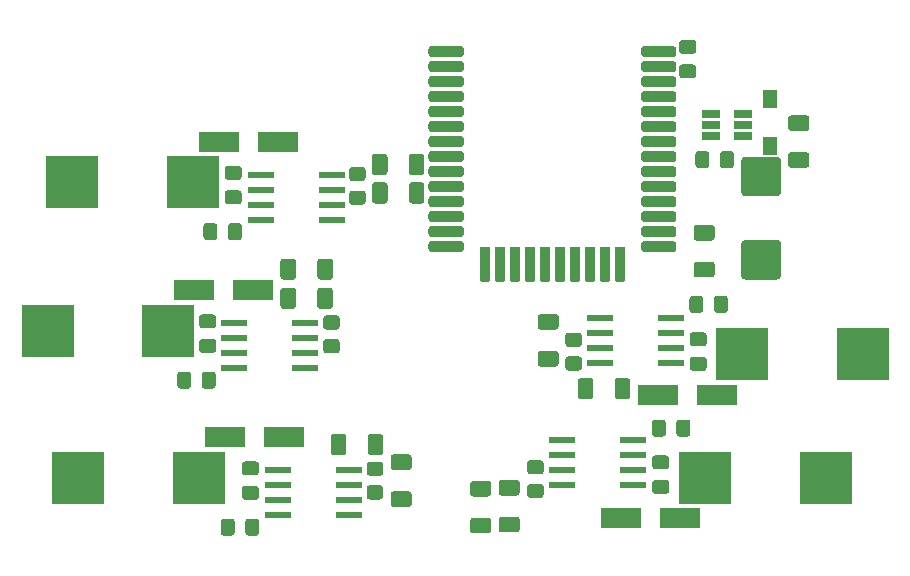
<source format=gbp>
G04 #@! TF.GenerationSoftware,KiCad,Pcbnew,(5.1.8)-1*
G04 #@! TF.CreationDate,2021-07-21T13:34:53+02:00*
G04 #@! TF.ProjectId,sensactHsLed,73656e73-6163-4744-9873-4c65642e6b69,rev?*
G04 #@! TF.SameCoordinates,Original*
G04 #@! TF.FileFunction,Paste,Bot*
G04 #@! TF.FilePolarity,Positive*
%FSLAX46Y46*%
G04 Gerber Fmt 4.6, Leading zero omitted, Abs format (unit mm)*
G04 Created by KiCad (PCBNEW (5.1.8)-1) date 2021-07-21 13:34:53*
%MOMM*%
%LPD*%
G01*
G04 APERTURE LIST*
%ADD10R,2.200000X0.600000*%
%ADD11R,1.560000X0.650000*%
%ADD12R,1.200000X1.600000*%
%ADD13R,3.500000X1.800000*%
%ADD14R,4.400000X4.500000*%
G04 APERTURE END LIST*
D10*
X165052000Y-143510000D03*
X165052000Y-142240000D03*
X165052000Y-140970000D03*
X165052000Y-139700000D03*
X159052000Y-139700000D03*
X159052000Y-140970000D03*
X159052000Y-142240000D03*
X159052000Y-143510000D03*
X168290500Y-133159500D03*
X168290500Y-131889500D03*
X168290500Y-130619500D03*
X168290500Y-129349500D03*
X162290500Y-129349500D03*
X162290500Y-130619500D03*
X162290500Y-131889500D03*
X162290500Y-133159500D03*
X134985500Y-142240000D03*
X134985500Y-143510000D03*
X134985500Y-144780000D03*
X134985500Y-146050000D03*
X140985500Y-146050000D03*
X140985500Y-144780000D03*
X140985500Y-143510000D03*
X140985500Y-142240000D03*
X131302500Y-129794000D03*
X131302500Y-131064000D03*
X131302500Y-132334000D03*
X131302500Y-133604000D03*
X137302500Y-133604000D03*
X137302500Y-132334000D03*
X137302500Y-131064000D03*
X137302500Y-129794000D03*
X133525000Y-117221000D03*
X133525000Y-118491000D03*
X133525000Y-119761000D03*
X133525000Y-121031000D03*
X139525000Y-121031000D03*
X139525000Y-119761000D03*
X139525000Y-118491000D03*
X139525000Y-117221000D03*
G36*
G01*
X177260000Y-119054000D02*
X174530000Y-119054000D01*
G75*
G02*
X174195000Y-118719000I0J335000D01*
G01*
X174195000Y-116039000D01*
G75*
G02*
X174530000Y-115704000I335000J0D01*
G01*
X177260000Y-115704000D01*
G75*
G02*
X177595000Y-116039000I0J-335000D01*
G01*
X177595000Y-118719000D01*
G75*
G02*
X177260000Y-119054000I-335000J0D01*
G01*
G37*
G36*
G01*
X177260000Y-126104000D02*
X174530000Y-126104000D01*
G75*
G02*
X174195000Y-125769000I0J335000D01*
G01*
X174195000Y-123089000D01*
G75*
G02*
X174530000Y-122754000I335000J0D01*
G01*
X177260000Y-122754000D01*
G75*
G02*
X177595000Y-123089000I0J-335000D01*
G01*
X177595000Y-125769000D01*
G75*
G02*
X177260000Y-126104000I-335000J0D01*
G01*
G37*
D11*
X174324000Y-113030000D03*
X174324000Y-113980000D03*
X174324000Y-112080000D03*
X171624000Y-112080000D03*
X171624000Y-113030000D03*
X171624000Y-113980000D03*
D12*
X176657000Y-110776000D03*
X176657000Y-114776000D03*
G36*
G01*
X171719001Y-122798000D02*
X170418999Y-122798000D01*
G75*
G02*
X170169000Y-122548001I0J249999D01*
G01*
X170169000Y-121722999D01*
G75*
G02*
X170418999Y-121473000I249999J0D01*
G01*
X171719001Y-121473000D01*
G75*
G02*
X171969000Y-121722999I0J-249999D01*
G01*
X171969000Y-122548001D01*
G75*
G02*
X171719001Y-122798000I-249999J0D01*
G01*
G37*
G36*
G01*
X171719001Y-125923000D02*
X170418999Y-125923000D01*
G75*
G02*
X170169000Y-125673001I0J249999D01*
G01*
X170169000Y-124847999D01*
G75*
G02*
X170418999Y-124598000I249999J0D01*
G01*
X171719001Y-124598000D01*
G75*
G02*
X171969000Y-124847999I0J-249999D01*
G01*
X171969000Y-125673001D01*
G75*
G02*
X171719001Y-125923000I-249999J0D01*
G01*
G37*
G36*
G01*
X171508000Y-115476000D02*
X171508000Y-116426000D01*
G75*
G02*
X171258000Y-116676000I-250000J0D01*
G01*
X170583000Y-116676000D01*
G75*
G02*
X170333000Y-116426000I0J250000D01*
G01*
X170333000Y-115476000D01*
G75*
G02*
X170583000Y-115226000I250000J0D01*
G01*
X171258000Y-115226000D01*
G75*
G02*
X171508000Y-115476000I0J-250000D01*
G01*
G37*
G36*
G01*
X173583000Y-115476000D02*
X173583000Y-116426000D01*
G75*
G02*
X173333000Y-116676000I-250000J0D01*
G01*
X172658000Y-116676000D01*
G75*
G02*
X172408000Y-116426000I0J250000D01*
G01*
X172408000Y-115476000D01*
G75*
G02*
X172658000Y-115226000I250000J0D01*
G01*
X173333000Y-115226000D01*
G75*
G02*
X173583000Y-115476000I0J-250000D01*
G01*
G37*
G36*
G01*
X178419999Y-115327000D02*
X179720001Y-115327000D01*
G75*
G02*
X179970000Y-115576999I0J-249999D01*
G01*
X179970000Y-116402001D01*
G75*
G02*
X179720001Y-116652000I-249999J0D01*
G01*
X178419999Y-116652000D01*
G75*
G02*
X178170000Y-116402001I0J249999D01*
G01*
X178170000Y-115576999D01*
G75*
G02*
X178419999Y-115327000I249999J0D01*
G01*
G37*
G36*
G01*
X178419999Y-112202000D02*
X179720001Y-112202000D01*
G75*
G02*
X179970000Y-112451999I0J-249999D01*
G01*
X179970000Y-113277001D01*
G75*
G02*
X179720001Y-113527000I-249999J0D01*
G01*
X178419999Y-113527000D01*
G75*
G02*
X178170000Y-113277001I0J249999D01*
G01*
X178170000Y-112451999D01*
G75*
G02*
X178419999Y-112202000I249999J0D01*
G01*
G37*
D13*
X163997000Y-146304000D03*
X168997000Y-146304000D03*
X167172000Y-135890000D03*
X172172000Y-135890000D03*
X135469000Y-139446000D03*
X130469000Y-139446000D03*
X132865500Y-127000000D03*
X127865500Y-127000000D03*
X134961000Y-114427000D03*
X129961000Y-114427000D03*
D14*
X174300200Y-132397500D03*
X184500200Y-132397500D03*
X128290000Y-142875000D03*
X118090000Y-142875000D03*
X171176000Y-142875000D03*
X181376000Y-142875000D03*
X125686500Y-130429000D03*
X115486500Y-130429000D03*
X127782000Y-117856000D03*
X117582000Y-117856000D03*
G36*
G01*
X128557000Y-131133000D02*
X129507000Y-131133000D01*
G75*
G02*
X129757000Y-131383000I0J-250000D01*
G01*
X129757000Y-132058000D01*
G75*
G02*
X129507000Y-132308000I-250000J0D01*
G01*
X128557000Y-132308000D01*
G75*
G02*
X128307000Y-132058000I0J250000D01*
G01*
X128307000Y-131383000D01*
G75*
G02*
X128557000Y-131133000I250000J0D01*
G01*
G37*
G36*
G01*
X128557000Y-129058000D02*
X129507000Y-129058000D01*
G75*
G02*
X129757000Y-129308000I0J-250000D01*
G01*
X129757000Y-129983000D01*
G75*
G02*
X129507000Y-130233000I-250000J0D01*
G01*
X128557000Y-130233000D01*
G75*
G02*
X128307000Y-129983000I0J250000D01*
G01*
X128307000Y-129308000D01*
G75*
G02*
X128557000Y-129058000I250000J0D01*
G01*
G37*
G36*
G01*
X146061000Y-117007401D02*
X146061000Y-115707399D01*
G75*
G02*
X146310999Y-115457400I249999J0D01*
G01*
X147136001Y-115457400D01*
G75*
G02*
X147386000Y-115707399I0J-249999D01*
G01*
X147386000Y-117007401D01*
G75*
G02*
X147136001Y-117257400I-249999J0D01*
G01*
X146310999Y-117257400D01*
G75*
G02*
X146061000Y-117007401I0J249999D01*
G01*
G37*
G36*
G01*
X142936000Y-117007401D02*
X142936000Y-115707399D01*
G75*
G02*
X143185999Y-115457400I249999J0D01*
G01*
X144011001Y-115457400D01*
G75*
G02*
X144261000Y-115707399I0J-249999D01*
G01*
X144261000Y-117007401D01*
G75*
G02*
X144011001Y-117257400I-249999J0D01*
G01*
X143185999Y-117257400D01*
G75*
G02*
X142936000Y-117007401I0J249999D01*
G01*
G37*
G36*
G01*
X129852000Y-121572000D02*
X129852000Y-122522000D01*
G75*
G02*
X129602000Y-122772000I-250000J0D01*
G01*
X128927000Y-122772000D01*
G75*
G02*
X128677000Y-122522000I0J250000D01*
G01*
X128677000Y-121572000D01*
G75*
G02*
X128927000Y-121322000I250000J0D01*
G01*
X129602000Y-121322000D01*
G75*
G02*
X129852000Y-121572000I0J-250000D01*
G01*
G37*
G36*
G01*
X131927000Y-121572000D02*
X131927000Y-122522000D01*
G75*
G02*
X131677000Y-122772000I-250000J0D01*
G01*
X131002000Y-122772000D01*
G75*
G02*
X130752000Y-122522000I0J250000D01*
G01*
X130752000Y-121572000D01*
G75*
G02*
X131002000Y-121322000I250000J0D01*
G01*
X131677000Y-121322000D01*
G75*
G02*
X131927000Y-121572000I0J-250000D01*
G01*
G37*
G36*
G01*
X130716000Y-118560000D02*
X131666000Y-118560000D01*
G75*
G02*
X131916000Y-118810000I0J-250000D01*
G01*
X131916000Y-119485000D01*
G75*
G02*
X131666000Y-119735000I-250000J0D01*
G01*
X130716000Y-119735000D01*
G75*
G02*
X130466000Y-119485000I0J250000D01*
G01*
X130466000Y-118810000D01*
G75*
G02*
X130716000Y-118560000I250000J0D01*
G01*
G37*
G36*
G01*
X130716000Y-116485000D02*
X131666000Y-116485000D01*
G75*
G02*
X131916000Y-116735000I0J-250000D01*
G01*
X131916000Y-117410000D01*
G75*
G02*
X131666000Y-117660000I-250000J0D01*
G01*
X130716000Y-117660000D01*
G75*
G02*
X130466000Y-117410000I0J250000D01*
G01*
X130466000Y-116735000D01*
G75*
G02*
X130716000Y-116485000I250000J0D01*
G01*
G37*
G36*
G01*
X146061000Y-119420401D02*
X146061000Y-118120399D01*
G75*
G02*
X146310999Y-117870400I249999J0D01*
G01*
X147136001Y-117870400D01*
G75*
G02*
X147386000Y-118120399I0J-249999D01*
G01*
X147386000Y-119420401D01*
G75*
G02*
X147136001Y-119670400I-249999J0D01*
G01*
X146310999Y-119670400D01*
G75*
G02*
X146061000Y-119420401I0J249999D01*
G01*
G37*
G36*
G01*
X142936000Y-119420401D02*
X142936000Y-118120399D01*
G75*
G02*
X143185999Y-117870400I249999J0D01*
G01*
X144011001Y-117870400D01*
G75*
G02*
X144261000Y-118120399I0J-249999D01*
G01*
X144261000Y-119420401D01*
G75*
G02*
X144011001Y-119670400I-249999J0D01*
G01*
X143185999Y-119670400D01*
G75*
G02*
X142936000Y-119420401I0J249999D01*
G01*
G37*
G36*
G01*
X136514000Y-127048499D02*
X136514000Y-128348501D01*
G75*
G02*
X136264001Y-128598500I-249999J0D01*
G01*
X135438999Y-128598500D01*
G75*
G02*
X135189000Y-128348501I0J249999D01*
G01*
X135189000Y-127048499D01*
G75*
G02*
X135438999Y-126798500I249999J0D01*
G01*
X136264001Y-126798500D01*
G75*
G02*
X136514000Y-127048499I0J-249999D01*
G01*
G37*
G36*
G01*
X139639000Y-127048499D02*
X139639000Y-128348501D01*
G75*
G02*
X139389001Y-128598500I-249999J0D01*
G01*
X138563999Y-128598500D01*
G75*
G02*
X138314000Y-128348501I0J249999D01*
G01*
X138314000Y-127048499D01*
G75*
G02*
X138563999Y-126798500I249999J0D01*
G01*
X139389001Y-126798500D01*
G75*
G02*
X139639000Y-127048499I0J-249999D01*
G01*
G37*
G36*
G01*
X136514000Y-124571999D02*
X136514000Y-125872001D01*
G75*
G02*
X136264001Y-126122000I-249999J0D01*
G01*
X135438999Y-126122000D01*
G75*
G02*
X135189000Y-125872001I0J249999D01*
G01*
X135189000Y-124571999D01*
G75*
G02*
X135438999Y-124322000I249999J0D01*
G01*
X136264001Y-124322000D01*
G75*
G02*
X136514000Y-124571999I0J-249999D01*
G01*
G37*
G36*
G01*
X139639000Y-124571999D02*
X139639000Y-125872001D01*
G75*
G02*
X139389001Y-126122000I-249999J0D01*
G01*
X138563999Y-126122000D01*
G75*
G02*
X138314000Y-125872001I0J249999D01*
G01*
X138314000Y-124571999D01*
G75*
G02*
X138563999Y-124322000I249999J0D01*
G01*
X139389001Y-124322000D01*
G75*
G02*
X139639000Y-124571999I0J-249999D01*
G01*
G37*
G36*
G01*
X127629500Y-134145000D02*
X127629500Y-135095000D01*
G75*
G02*
X127379500Y-135345000I-250000J0D01*
G01*
X126704500Y-135345000D01*
G75*
G02*
X126454500Y-135095000I0J250000D01*
G01*
X126454500Y-134145000D01*
G75*
G02*
X126704500Y-133895000I250000J0D01*
G01*
X127379500Y-133895000D01*
G75*
G02*
X127629500Y-134145000I0J-250000D01*
G01*
G37*
G36*
G01*
X129704500Y-134145000D02*
X129704500Y-135095000D01*
G75*
G02*
X129454500Y-135345000I-250000J0D01*
G01*
X128779500Y-135345000D01*
G75*
G02*
X128529500Y-135095000I0J250000D01*
G01*
X128529500Y-134145000D01*
G75*
G02*
X128779500Y-133895000I250000J0D01*
G01*
X129454500Y-133895000D01*
G75*
G02*
X129704500Y-134145000I0J-250000D01*
G01*
G37*
G36*
G01*
X140768500Y-139430999D02*
X140768500Y-140731001D01*
G75*
G02*
X140518501Y-140981000I-249999J0D01*
G01*
X139693499Y-140981000D01*
G75*
G02*
X139443500Y-140731001I0J249999D01*
G01*
X139443500Y-139430999D01*
G75*
G02*
X139693499Y-139181000I249999J0D01*
G01*
X140518501Y-139181000D01*
G75*
G02*
X140768500Y-139430999I0J-249999D01*
G01*
G37*
G36*
G01*
X143893500Y-139430999D02*
X143893500Y-140731001D01*
G75*
G02*
X143643501Y-140981000I-249999J0D01*
G01*
X142818499Y-140981000D01*
G75*
G02*
X142568500Y-140731001I0J249999D01*
G01*
X142568500Y-139430999D01*
G75*
G02*
X142818499Y-139181000I249999J0D01*
G01*
X143643501Y-139181000D01*
G75*
G02*
X143893500Y-139430999I0J-249999D01*
G01*
G37*
G36*
G01*
X144764999Y-144029000D02*
X146065001Y-144029000D01*
G75*
G02*
X146315000Y-144278999I0J-249999D01*
G01*
X146315000Y-145104001D01*
G75*
G02*
X146065001Y-145354000I-249999J0D01*
G01*
X144764999Y-145354000D01*
G75*
G02*
X144515000Y-145104001I0J249999D01*
G01*
X144515000Y-144278999D01*
G75*
G02*
X144764999Y-144029000I249999J0D01*
G01*
G37*
G36*
G01*
X144764999Y-140904000D02*
X146065001Y-140904000D01*
G75*
G02*
X146315000Y-141153999I0J-249999D01*
G01*
X146315000Y-141979001D01*
G75*
G02*
X146065001Y-142229000I-249999J0D01*
G01*
X144764999Y-142229000D01*
G75*
G02*
X144515000Y-141979001I0J249999D01*
G01*
X144515000Y-141153999D01*
G75*
G02*
X144764999Y-140904000I249999J0D01*
G01*
G37*
G36*
G01*
X131312500Y-146591000D02*
X131312500Y-147541000D01*
G75*
G02*
X131062500Y-147791000I-250000J0D01*
G01*
X130387500Y-147791000D01*
G75*
G02*
X130137500Y-147541000I0J250000D01*
G01*
X130137500Y-146591000D01*
G75*
G02*
X130387500Y-146341000I250000J0D01*
G01*
X131062500Y-146341000D01*
G75*
G02*
X131312500Y-146591000I0J-250000D01*
G01*
G37*
G36*
G01*
X133387500Y-146591000D02*
X133387500Y-147541000D01*
G75*
G02*
X133137500Y-147791000I-250000J0D01*
G01*
X132462500Y-147791000D01*
G75*
G02*
X132212500Y-147541000I0J250000D01*
G01*
X132212500Y-146591000D01*
G75*
G02*
X132462500Y-146341000I250000J0D01*
G01*
X133137500Y-146341000D01*
G75*
G02*
X133387500Y-146591000I0J-250000D01*
G01*
G37*
G36*
G01*
X132176500Y-143579000D02*
X133126500Y-143579000D01*
G75*
G02*
X133376500Y-143829000I0J-250000D01*
G01*
X133376500Y-144504000D01*
G75*
G02*
X133126500Y-144754000I-250000J0D01*
G01*
X132176500Y-144754000D01*
G75*
G02*
X131926500Y-144504000I0J250000D01*
G01*
X131926500Y-143829000D01*
G75*
G02*
X132176500Y-143579000I250000J0D01*
G01*
G37*
G36*
G01*
X132176500Y-141504000D02*
X133126500Y-141504000D01*
G75*
G02*
X133376500Y-141754000I0J-250000D01*
G01*
X133376500Y-142429000D01*
G75*
G02*
X133126500Y-142679000I-250000J0D01*
G01*
X132176500Y-142679000D01*
G75*
G02*
X131926500Y-142429000I0J250000D01*
G01*
X131926500Y-141754000D01*
G75*
G02*
X132176500Y-141504000I250000J0D01*
G01*
G37*
G36*
G01*
X158511001Y-130354500D02*
X157210999Y-130354500D01*
G75*
G02*
X156961000Y-130104501I0J249999D01*
G01*
X156961000Y-129279499D01*
G75*
G02*
X157210999Y-129029500I249999J0D01*
G01*
X158511001Y-129029500D01*
G75*
G02*
X158761000Y-129279499I0J-249999D01*
G01*
X158761000Y-130104501D01*
G75*
G02*
X158511001Y-130354500I-249999J0D01*
G01*
G37*
G36*
G01*
X158511001Y-133479500D02*
X157210999Y-133479500D01*
G75*
G02*
X156961000Y-133229501I0J249999D01*
G01*
X156961000Y-132404499D01*
G75*
G02*
X157210999Y-132154500I249999J0D01*
G01*
X158511001Y-132154500D01*
G75*
G02*
X158761000Y-132404499I0J-249999D01*
G01*
X158761000Y-133229501D01*
G75*
G02*
X158511001Y-133479500I-249999J0D01*
G01*
G37*
G36*
G01*
X163490000Y-135991001D02*
X163490000Y-134690999D01*
G75*
G02*
X163739999Y-134441000I249999J0D01*
G01*
X164565001Y-134441000D01*
G75*
G02*
X164815000Y-134690999I0J-249999D01*
G01*
X164815000Y-135991001D01*
G75*
G02*
X164565001Y-136241000I-249999J0D01*
G01*
X163739999Y-136241000D01*
G75*
G02*
X163490000Y-135991001I0J249999D01*
G01*
G37*
G36*
G01*
X160365000Y-135991001D02*
X160365000Y-134690999D01*
G75*
G02*
X160614999Y-134441000I249999J0D01*
G01*
X161440001Y-134441000D01*
G75*
G02*
X161690000Y-134690999I0J-249999D01*
G01*
X161690000Y-135991001D01*
G75*
G02*
X161440001Y-136241000I-249999J0D01*
G01*
X160614999Y-136241000D01*
G75*
G02*
X160365000Y-135991001I0J249999D01*
G01*
G37*
G36*
G01*
X171900000Y-128681500D02*
X171900000Y-127731500D01*
G75*
G02*
X172150000Y-127481500I250000J0D01*
G01*
X172825000Y-127481500D01*
G75*
G02*
X173075000Y-127731500I0J-250000D01*
G01*
X173075000Y-128681500D01*
G75*
G02*
X172825000Y-128931500I-250000J0D01*
G01*
X172150000Y-128931500D01*
G75*
G02*
X171900000Y-128681500I0J250000D01*
G01*
G37*
G36*
G01*
X169825000Y-128681500D02*
X169825000Y-127731500D01*
G75*
G02*
X170075000Y-127481500I250000J0D01*
G01*
X170750000Y-127481500D01*
G75*
G02*
X171000000Y-127731500I0J-250000D01*
G01*
X171000000Y-128681500D01*
G75*
G02*
X170750000Y-128931500I-250000J0D01*
G01*
X170075000Y-128931500D01*
G75*
G02*
X169825000Y-128681500I0J250000D01*
G01*
G37*
G36*
G01*
X171036000Y-131757000D02*
X170086000Y-131757000D01*
G75*
G02*
X169836000Y-131507000I0J250000D01*
G01*
X169836000Y-130832000D01*
G75*
G02*
X170086000Y-130582000I250000J0D01*
G01*
X171036000Y-130582000D01*
G75*
G02*
X171286000Y-130832000I0J-250000D01*
G01*
X171286000Y-131507000D01*
G75*
G02*
X171036000Y-131757000I-250000J0D01*
G01*
G37*
G36*
G01*
X171036000Y-133832000D02*
X170086000Y-133832000D01*
G75*
G02*
X169836000Y-133582000I0J250000D01*
G01*
X169836000Y-132907000D01*
G75*
G02*
X170086000Y-132657000I250000J0D01*
G01*
X171036000Y-132657000D01*
G75*
G02*
X171286000Y-132907000I0J-250000D01*
G01*
X171286000Y-133582000D01*
G75*
G02*
X171036000Y-133832000I-250000J0D01*
G01*
G37*
G36*
G01*
X167861000Y-142171000D02*
X166911000Y-142171000D01*
G75*
G02*
X166661000Y-141921000I0J250000D01*
G01*
X166661000Y-141246000D01*
G75*
G02*
X166911000Y-140996000I250000J0D01*
G01*
X167861000Y-140996000D01*
G75*
G02*
X168111000Y-141246000I0J-250000D01*
G01*
X168111000Y-141921000D01*
G75*
G02*
X167861000Y-142171000I-250000J0D01*
G01*
G37*
G36*
G01*
X167861000Y-144246000D02*
X166911000Y-144246000D01*
G75*
G02*
X166661000Y-143996000I0J250000D01*
G01*
X166661000Y-143321000D01*
G75*
G02*
X166911000Y-143071000I250000J0D01*
G01*
X167861000Y-143071000D01*
G75*
G02*
X168111000Y-143321000I0J-250000D01*
G01*
X168111000Y-143996000D01*
G75*
G02*
X167861000Y-144246000I-250000J0D01*
G01*
G37*
G36*
G01*
X143642501Y-142729000D02*
X142742499Y-142729000D01*
G75*
G02*
X142492500Y-142479001I0J249999D01*
G01*
X142492500Y-141778999D01*
G75*
G02*
X142742499Y-141529000I249999J0D01*
G01*
X143642501Y-141529000D01*
G75*
G02*
X143892500Y-141778999I0J-249999D01*
G01*
X143892500Y-142479001D01*
G75*
G02*
X143642501Y-142729000I-249999J0D01*
G01*
G37*
G36*
G01*
X143642501Y-144729000D02*
X142742499Y-144729000D01*
G75*
G02*
X142492500Y-144479001I0J249999D01*
G01*
X142492500Y-143778999D01*
G75*
G02*
X142742499Y-143529000I249999J0D01*
G01*
X143642501Y-143529000D01*
G75*
G02*
X143892500Y-143778999I0J-249999D01*
G01*
X143892500Y-144479001D01*
G75*
G02*
X143642501Y-144729000I-249999J0D01*
G01*
G37*
G36*
G01*
X159569999Y-132607000D02*
X160470001Y-132607000D01*
G75*
G02*
X160720000Y-132856999I0J-249999D01*
G01*
X160720000Y-133557001D01*
G75*
G02*
X160470001Y-133807000I-249999J0D01*
G01*
X159569999Y-133807000D01*
G75*
G02*
X159320000Y-133557001I0J249999D01*
G01*
X159320000Y-132856999D01*
G75*
G02*
X159569999Y-132607000I249999J0D01*
G01*
G37*
G36*
G01*
X159569999Y-130607000D02*
X160470001Y-130607000D01*
G75*
G02*
X160720000Y-130856999I0J-249999D01*
G01*
X160720000Y-131557001D01*
G75*
G02*
X160470001Y-131807000I-249999J0D01*
G01*
X159569999Y-131807000D01*
G75*
G02*
X159320000Y-131557001I0J249999D01*
G01*
X159320000Y-130856999D01*
G75*
G02*
X159569999Y-130607000I249999J0D01*
G01*
G37*
G36*
G01*
X153908999Y-146188000D02*
X155209001Y-146188000D01*
G75*
G02*
X155459000Y-146437999I0J-249999D01*
G01*
X155459000Y-147263001D01*
G75*
G02*
X155209001Y-147513000I-249999J0D01*
G01*
X153908999Y-147513000D01*
G75*
G02*
X153659000Y-147263001I0J249999D01*
G01*
X153659000Y-146437999D01*
G75*
G02*
X153908999Y-146188000I249999J0D01*
G01*
G37*
G36*
G01*
X153908999Y-143063000D02*
X155209001Y-143063000D01*
G75*
G02*
X155459000Y-143312999I0J-249999D01*
G01*
X155459000Y-144138001D01*
G75*
G02*
X155209001Y-144388000I-249999J0D01*
G01*
X153908999Y-144388000D01*
G75*
G02*
X153659000Y-144138001I0J249999D01*
G01*
X153659000Y-143312999D01*
G75*
G02*
X153908999Y-143063000I249999J0D01*
G01*
G37*
G36*
G01*
X168725000Y-139159000D02*
X168725000Y-138209000D01*
G75*
G02*
X168975000Y-137959000I250000J0D01*
G01*
X169650000Y-137959000D01*
G75*
G02*
X169900000Y-138209000I0J-250000D01*
G01*
X169900000Y-139159000D01*
G75*
G02*
X169650000Y-139409000I-250000J0D01*
G01*
X168975000Y-139409000D01*
G75*
G02*
X168725000Y-139159000I0J250000D01*
G01*
G37*
G36*
G01*
X166650000Y-139159000D02*
X166650000Y-138209000D01*
G75*
G02*
X166900000Y-137959000I250000J0D01*
G01*
X167575000Y-137959000D01*
G75*
G02*
X167825000Y-138209000I0J-250000D01*
G01*
X167825000Y-139159000D01*
G75*
G02*
X167575000Y-139409000I-250000J0D01*
G01*
X166900000Y-139409000D01*
G75*
G02*
X166650000Y-139159000I0J250000D01*
G01*
G37*
G36*
G01*
X151495999Y-146276500D02*
X152796001Y-146276500D01*
G75*
G02*
X153046000Y-146526499I0J-249999D01*
G01*
X153046000Y-147351501D01*
G75*
G02*
X152796001Y-147601500I-249999J0D01*
G01*
X151495999Y-147601500D01*
G75*
G02*
X151246000Y-147351501I0J249999D01*
G01*
X151246000Y-146526499D01*
G75*
G02*
X151495999Y-146276500I249999J0D01*
G01*
G37*
G36*
G01*
X151495999Y-143151500D02*
X152796001Y-143151500D01*
G75*
G02*
X153046000Y-143401499I0J-249999D01*
G01*
X153046000Y-144226501D01*
G75*
G02*
X152796001Y-144476500I-249999J0D01*
G01*
X151495999Y-144476500D01*
G75*
G02*
X151246000Y-144226501I0J249999D01*
G01*
X151246000Y-143401499D01*
G75*
G02*
X151495999Y-143151500I249999J0D01*
G01*
G37*
G36*
G01*
X139959501Y-130346500D02*
X139059499Y-130346500D01*
G75*
G02*
X138809500Y-130096501I0J249999D01*
G01*
X138809500Y-129396499D01*
G75*
G02*
X139059499Y-129146500I249999J0D01*
G01*
X139959501Y-129146500D01*
G75*
G02*
X140209500Y-129396499I0J-249999D01*
G01*
X140209500Y-130096501D01*
G75*
G02*
X139959501Y-130346500I-249999J0D01*
G01*
G37*
G36*
G01*
X139959501Y-132346500D02*
X139059499Y-132346500D01*
G75*
G02*
X138809500Y-132096501I0J249999D01*
G01*
X138809500Y-131396499D01*
G75*
G02*
X139059499Y-131146500I249999J0D01*
G01*
X139959501Y-131146500D01*
G75*
G02*
X140209500Y-131396499I0J-249999D01*
G01*
X140209500Y-132096501D01*
G75*
G02*
X139959501Y-132346500I-249999J0D01*
G01*
G37*
G36*
G01*
X142156601Y-117773500D02*
X141256599Y-117773500D01*
G75*
G02*
X141006600Y-117523501I0J249999D01*
G01*
X141006600Y-116823499D01*
G75*
G02*
X141256599Y-116573500I249999J0D01*
G01*
X142156601Y-116573500D01*
G75*
G02*
X142406600Y-116823499I0J-249999D01*
G01*
X142406600Y-117523501D01*
G75*
G02*
X142156601Y-117773500I-249999J0D01*
G01*
G37*
G36*
G01*
X142156601Y-119773500D02*
X141256599Y-119773500D01*
G75*
G02*
X141006600Y-119523501I0J249999D01*
G01*
X141006600Y-118823499D01*
G75*
G02*
X141256599Y-118573500I249999J0D01*
G01*
X142156601Y-118573500D01*
G75*
G02*
X142406600Y-118823499I0J-249999D01*
G01*
X142406600Y-119523501D01*
G75*
G02*
X142156601Y-119773500I-249999J0D01*
G01*
G37*
G36*
G01*
X156331499Y-143402000D02*
X157231501Y-143402000D01*
G75*
G02*
X157481500Y-143651999I0J-249999D01*
G01*
X157481500Y-144352001D01*
G75*
G02*
X157231501Y-144602000I-249999J0D01*
G01*
X156331499Y-144602000D01*
G75*
G02*
X156081500Y-144352001I0J249999D01*
G01*
X156081500Y-143651999D01*
G75*
G02*
X156331499Y-143402000I249999J0D01*
G01*
G37*
G36*
G01*
X156331499Y-141402000D02*
X157231501Y-141402000D01*
G75*
G02*
X157481500Y-141651999I0J-249999D01*
G01*
X157481500Y-142352001D01*
G75*
G02*
X157231501Y-142602000I-249999J0D01*
G01*
X156331499Y-142602000D01*
G75*
G02*
X156081500Y-142352001I0J249999D01*
G01*
X156081500Y-141651999D01*
G75*
G02*
X156331499Y-141402000I249999J0D01*
G01*
G37*
G36*
G01*
X147725000Y-107025000D02*
X147725000Y-106575000D01*
G75*
G02*
X147950000Y-106350000I225000J0D01*
G01*
X150500000Y-106350000D01*
G75*
G02*
X150725000Y-106575000I0J-225000D01*
G01*
X150725000Y-107025000D01*
G75*
G02*
X150500000Y-107250000I-225000J0D01*
G01*
X147950000Y-107250000D01*
G75*
G02*
X147725000Y-107025000I0J225000D01*
G01*
G37*
G36*
G01*
X147725000Y-108295000D02*
X147725000Y-107845000D01*
G75*
G02*
X147950000Y-107620000I225000J0D01*
G01*
X150500000Y-107620000D01*
G75*
G02*
X150725000Y-107845000I0J-225000D01*
G01*
X150725000Y-108295000D01*
G75*
G02*
X150500000Y-108520000I-225000J0D01*
G01*
X147950000Y-108520000D01*
G75*
G02*
X147725000Y-108295000I0J225000D01*
G01*
G37*
G36*
G01*
X147725000Y-109565000D02*
X147725000Y-109115000D01*
G75*
G02*
X147950000Y-108890000I225000J0D01*
G01*
X150500000Y-108890000D01*
G75*
G02*
X150725000Y-109115000I0J-225000D01*
G01*
X150725000Y-109565000D01*
G75*
G02*
X150500000Y-109790000I-225000J0D01*
G01*
X147950000Y-109790000D01*
G75*
G02*
X147725000Y-109565000I0J225000D01*
G01*
G37*
G36*
G01*
X147725000Y-110835000D02*
X147725000Y-110385000D01*
G75*
G02*
X147950000Y-110160000I225000J0D01*
G01*
X150500000Y-110160000D01*
G75*
G02*
X150725000Y-110385000I0J-225000D01*
G01*
X150725000Y-110835000D01*
G75*
G02*
X150500000Y-111060000I-225000J0D01*
G01*
X147950000Y-111060000D01*
G75*
G02*
X147725000Y-110835000I0J225000D01*
G01*
G37*
G36*
G01*
X147725000Y-112105000D02*
X147725000Y-111655000D01*
G75*
G02*
X147950000Y-111430000I225000J0D01*
G01*
X150500000Y-111430000D01*
G75*
G02*
X150725000Y-111655000I0J-225000D01*
G01*
X150725000Y-112105000D01*
G75*
G02*
X150500000Y-112330000I-225000J0D01*
G01*
X147950000Y-112330000D01*
G75*
G02*
X147725000Y-112105000I0J225000D01*
G01*
G37*
G36*
G01*
X147725000Y-113375000D02*
X147725000Y-112925000D01*
G75*
G02*
X147950000Y-112700000I225000J0D01*
G01*
X150500000Y-112700000D01*
G75*
G02*
X150725000Y-112925000I0J-225000D01*
G01*
X150725000Y-113375000D01*
G75*
G02*
X150500000Y-113600000I-225000J0D01*
G01*
X147950000Y-113600000D01*
G75*
G02*
X147725000Y-113375000I0J225000D01*
G01*
G37*
G36*
G01*
X147725000Y-114645000D02*
X147725000Y-114195000D01*
G75*
G02*
X147950000Y-113970000I225000J0D01*
G01*
X150500000Y-113970000D01*
G75*
G02*
X150725000Y-114195000I0J-225000D01*
G01*
X150725000Y-114645000D01*
G75*
G02*
X150500000Y-114870000I-225000J0D01*
G01*
X147950000Y-114870000D01*
G75*
G02*
X147725000Y-114645000I0J225000D01*
G01*
G37*
G36*
G01*
X147725000Y-115915000D02*
X147725000Y-115465000D01*
G75*
G02*
X147950000Y-115240000I225000J0D01*
G01*
X150500000Y-115240000D01*
G75*
G02*
X150725000Y-115465000I0J-225000D01*
G01*
X150725000Y-115915000D01*
G75*
G02*
X150500000Y-116140000I-225000J0D01*
G01*
X147950000Y-116140000D01*
G75*
G02*
X147725000Y-115915000I0J225000D01*
G01*
G37*
G36*
G01*
X147725000Y-117185000D02*
X147725000Y-116735000D01*
G75*
G02*
X147950000Y-116510000I225000J0D01*
G01*
X150500000Y-116510000D01*
G75*
G02*
X150725000Y-116735000I0J-225000D01*
G01*
X150725000Y-117185000D01*
G75*
G02*
X150500000Y-117410000I-225000J0D01*
G01*
X147950000Y-117410000D01*
G75*
G02*
X147725000Y-117185000I0J225000D01*
G01*
G37*
G36*
G01*
X147725000Y-118455000D02*
X147725000Y-118005000D01*
G75*
G02*
X147950000Y-117780000I225000J0D01*
G01*
X150500000Y-117780000D01*
G75*
G02*
X150725000Y-118005000I0J-225000D01*
G01*
X150725000Y-118455000D01*
G75*
G02*
X150500000Y-118680000I-225000J0D01*
G01*
X147950000Y-118680000D01*
G75*
G02*
X147725000Y-118455000I0J225000D01*
G01*
G37*
G36*
G01*
X147725000Y-119725000D02*
X147725000Y-119275000D01*
G75*
G02*
X147950000Y-119050000I225000J0D01*
G01*
X150500000Y-119050000D01*
G75*
G02*
X150725000Y-119275000I0J-225000D01*
G01*
X150725000Y-119725000D01*
G75*
G02*
X150500000Y-119950000I-225000J0D01*
G01*
X147950000Y-119950000D01*
G75*
G02*
X147725000Y-119725000I0J225000D01*
G01*
G37*
G36*
G01*
X147725000Y-120995000D02*
X147725000Y-120545000D01*
G75*
G02*
X147950000Y-120320000I225000J0D01*
G01*
X150500000Y-120320000D01*
G75*
G02*
X150725000Y-120545000I0J-225000D01*
G01*
X150725000Y-120995000D01*
G75*
G02*
X150500000Y-121220000I-225000J0D01*
G01*
X147950000Y-121220000D01*
G75*
G02*
X147725000Y-120995000I0J225000D01*
G01*
G37*
G36*
G01*
X147725000Y-122265000D02*
X147725000Y-121815000D01*
G75*
G02*
X147950000Y-121590000I225000J0D01*
G01*
X150500000Y-121590000D01*
G75*
G02*
X150725000Y-121815000I0J-225000D01*
G01*
X150725000Y-122265000D01*
G75*
G02*
X150500000Y-122490000I-225000J0D01*
G01*
X147950000Y-122490000D01*
G75*
G02*
X147725000Y-122265000I0J225000D01*
G01*
G37*
G36*
G01*
X147725000Y-123535000D02*
X147725000Y-123085000D01*
G75*
G02*
X147950000Y-122860000I225000J0D01*
G01*
X150500000Y-122860000D01*
G75*
G02*
X150725000Y-123085000I0J-225000D01*
G01*
X150725000Y-123535000D01*
G75*
G02*
X150500000Y-123760000I-225000J0D01*
G01*
X147950000Y-123760000D01*
G75*
G02*
X147725000Y-123535000I0J225000D01*
G01*
G37*
G36*
G01*
X152735000Y-126310000D02*
X152285000Y-126310000D01*
G75*
G02*
X152060000Y-126085000I0J225000D01*
G01*
X152060000Y-123535000D01*
G75*
G02*
X152285000Y-123310000I225000J0D01*
G01*
X152735000Y-123310000D01*
G75*
G02*
X152960000Y-123535000I0J-225000D01*
G01*
X152960000Y-126085000D01*
G75*
G02*
X152735000Y-126310000I-225000J0D01*
G01*
G37*
G36*
G01*
X154005000Y-126310000D02*
X153555000Y-126310000D01*
G75*
G02*
X153330000Y-126085000I0J225000D01*
G01*
X153330000Y-123535000D01*
G75*
G02*
X153555000Y-123310000I225000J0D01*
G01*
X154005000Y-123310000D01*
G75*
G02*
X154230000Y-123535000I0J-225000D01*
G01*
X154230000Y-126085000D01*
G75*
G02*
X154005000Y-126310000I-225000J0D01*
G01*
G37*
G36*
G01*
X155275000Y-126310000D02*
X154825000Y-126310000D01*
G75*
G02*
X154600000Y-126085000I0J225000D01*
G01*
X154600000Y-123535000D01*
G75*
G02*
X154825000Y-123310000I225000J0D01*
G01*
X155275000Y-123310000D01*
G75*
G02*
X155500000Y-123535000I0J-225000D01*
G01*
X155500000Y-126085000D01*
G75*
G02*
X155275000Y-126310000I-225000J0D01*
G01*
G37*
G36*
G01*
X156545000Y-126310000D02*
X156095000Y-126310000D01*
G75*
G02*
X155870000Y-126085000I0J225000D01*
G01*
X155870000Y-123535000D01*
G75*
G02*
X156095000Y-123310000I225000J0D01*
G01*
X156545000Y-123310000D01*
G75*
G02*
X156770000Y-123535000I0J-225000D01*
G01*
X156770000Y-126085000D01*
G75*
G02*
X156545000Y-126310000I-225000J0D01*
G01*
G37*
G36*
G01*
X157815000Y-126310000D02*
X157365000Y-126310000D01*
G75*
G02*
X157140000Y-126085000I0J225000D01*
G01*
X157140000Y-123535000D01*
G75*
G02*
X157365000Y-123310000I225000J0D01*
G01*
X157815000Y-123310000D01*
G75*
G02*
X158040000Y-123535000I0J-225000D01*
G01*
X158040000Y-126085000D01*
G75*
G02*
X157815000Y-126310000I-225000J0D01*
G01*
G37*
G36*
G01*
X159085000Y-126310000D02*
X158635000Y-126310000D01*
G75*
G02*
X158410000Y-126085000I0J225000D01*
G01*
X158410000Y-123535000D01*
G75*
G02*
X158635000Y-123310000I225000J0D01*
G01*
X159085000Y-123310000D01*
G75*
G02*
X159310000Y-123535000I0J-225000D01*
G01*
X159310000Y-126085000D01*
G75*
G02*
X159085000Y-126310000I-225000J0D01*
G01*
G37*
G36*
G01*
X160355000Y-126310000D02*
X159905000Y-126310000D01*
G75*
G02*
X159680000Y-126085000I0J225000D01*
G01*
X159680000Y-123535000D01*
G75*
G02*
X159905000Y-123310000I225000J0D01*
G01*
X160355000Y-123310000D01*
G75*
G02*
X160580000Y-123535000I0J-225000D01*
G01*
X160580000Y-126085000D01*
G75*
G02*
X160355000Y-126310000I-225000J0D01*
G01*
G37*
G36*
G01*
X161625000Y-126310000D02*
X161175000Y-126310000D01*
G75*
G02*
X160950000Y-126085000I0J225000D01*
G01*
X160950000Y-123535000D01*
G75*
G02*
X161175000Y-123310000I225000J0D01*
G01*
X161625000Y-123310000D01*
G75*
G02*
X161850000Y-123535000I0J-225000D01*
G01*
X161850000Y-126085000D01*
G75*
G02*
X161625000Y-126310000I-225000J0D01*
G01*
G37*
G36*
G01*
X162895000Y-126310000D02*
X162445000Y-126310000D01*
G75*
G02*
X162220000Y-126085000I0J225000D01*
G01*
X162220000Y-123535000D01*
G75*
G02*
X162445000Y-123310000I225000J0D01*
G01*
X162895000Y-123310000D01*
G75*
G02*
X163120000Y-123535000I0J-225000D01*
G01*
X163120000Y-126085000D01*
G75*
G02*
X162895000Y-126310000I-225000J0D01*
G01*
G37*
G36*
G01*
X164165000Y-126310000D02*
X163715000Y-126310000D01*
G75*
G02*
X163490000Y-126085000I0J225000D01*
G01*
X163490000Y-123535000D01*
G75*
G02*
X163715000Y-123310000I225000J0D01*
G01*
X164165000Y-123310000D01*
G75*
G02*
X164390000Y-123535000I0J-225000D01*
G01*
X164390000Y-126085000D01*
G75*
G02*
X164165000Y-126310000I-225000J0D01*
G01*
G37*
G36*
G01*
X168725000Y-123085000D02*
X168725000Y-123535000D01*
G75*
G02*
X168500000Y-123760000I-225000J0D01*
G01*
X165950000Y-123760000D01*
G75*
G02*
X165725000Y-123535000I0J225000D01*
G01*
X165725000Y-123085000D01*
G75*
G02*
X165950000Y-122860000I225000J0D01*
G01*
X168500000Y-122860000D01*
G75*
G02*
X168725000Y-123085000I0J-225000D01*
G01*
G37*
G36*
G01*
X168725000Y-121815000D02*
X168725000Y-122265000D01*
G75*
G02*
X168500000Y-122490000I-225000J0D01*
G01*
X165950000Y-122490000D01*
G75*
G02*
X165725000Y-122265000I0J225000D01*
G01*
X165725000Y-121815000D01*
G75*
G02*
X165950000Y-121590000I225000J0D01*
G01*
X168500000Y-121590000D01*
G75*
G02*
X168725000Y-121815000I0J-225000D01*
G01*
G37*
G36*
G01*
X168725000Y-120545000D02*
X168725000Y-120995000D01*
G75*
G02*
X168500000Y-121220000I-225000J0D01*
G01*
X165950000Y-121220000D01*
G75*
G02*
X165725000Y-120995000I0J225000D01*
G01*
X165725000Y-120545000D01*
G75*
G02*
X165950000Y-120320000I225000J0D01*
G01*
X168500000Y-120320000D01*
G75*
G02*
X168725000Y-120545000I0J-225000D01*
G01*
G37*
G36*
G01*
X168725000Y-119275000D02*
X168725000Y-119725000D01*
G75*
G02*
X168500000Y-119950000I-225000J0D01*
G01*
X165950000Y-119950000D01*
G75*
G02*
X165725000Y-119725000I0J225000D01*
G01*
X165725000Y-119275000D01*
G75*
G02*
X165950000Y-119050000I225000J0D01*
G01*
X168500000Y-119050000D01*
G75*
G02*
X168725000Y-119275000I0J-225000D01*
G01*
G37*
G36*
G01*
X168725000Y-118005000D02*
X168725000Y-118455000D01*
G75*
G02*
X168500000Y-118680000I-225000J0D01*
G01*
X165950000Y-118680000D01*
G75*
G02*
X165725000Y-118455000I0J225000D01*
G01*
X165725000Y-118005000D01*
G75*
G02*
X165950000Y-117780000I225000J0D01*
G01*
X168500000Y-117780000D01*
G75*
G02*
X168725000Y-118005000I0J-225000D01*
G01*
G37*
G36*
G01*
X168725000Y-116735000D02*
X168725000Y-117185000D01*
G75*
G02*
X168500000Y-117410000I-225000J0D01*
G01*
X165950000Y-117410000D01*
G75*
G02*
X165725000Y-117185000I0J225000D01*
G01*
X165725000Y-116735000D01*
G75*
G02*
X165950000Y-116510000I225000J0D01*
G01*
X168500000Y-116510000D01*
G75*
G02*
X168725000Y-116735000I0J-225000D01*
G01*
G37*
G36*
G01*
X168725000Y-115465000D02*
X168725000Y-115915000D01*
G75*
G02*
X168500000Y-116140000I-225000J0D01*
G01*
X165950000Y-116140000D01*
G75*
G02*
X165725000Y-115915000I0J225000D01*
G01*
X165725000Y-115465000D01*
G75*
G02*
X165950000Y-115240000I225000J0D01*
G01*
X168500000Y-115240000D01*
G75*
G02*
X168725000Y-115465000I0J-225000D01*
G01*
G37*
G36*
G01*
X168725000Y-114195000D02*
X168725000Y-114645000D01*
G75*
G02*
X168500000Y-114870000I-225000J0D01*
G01*
X165950000Y-114870000D01*
G75*
G02*
X165725000Y-114645000I0J225000D01*
G01*
X165725000Y-114195000D01*
G75*
G02*
X165950000Y-113970000I225000J0D01*
G01*
X168500000Y-113970000D01*
G75*
G02*
X168725000Y-114195000I0J-225000D01*
G01*
G37*
G36*
G01*
X168725000Y-112925000D02*
X168725000Y-113375000D01*
G75*
G02*
X168500000Y-113600000I-225000J0D01*
G01*
X165950000Y-113600000D01*
G75*
G02*
X165725000Y-113375000I0J225000D01*
G01*
X165725000Y-112925000D01*
G75*
G02*
X165950000Y-112700000I225000J0D01*
G01*
X168500000Y-112700000D01*
G75*
G02*
X168725000Y-112925000I0J-225000D01*
G01*
G37*
G36*
G01*
X168725000Y-111655000D02*
X168725000Y-112105000D01*
G75*
G02*
X168500000Y-112330000I-225000J0D01*
G01*
X165950000Y-112330000D01*
G75*
G02*
X165725000Y-112105000I0J225000D01*
G01*
X165725000Y-111655000D01*
G75*
G02*
X165950000Y-111430000I225000J0D01*
G01*
X168500000Y-111430000D01*
G75*
G02*
X168725000Y-111655000I0J-225000D01*
G01*
G37*
G36*
G01*
X168725000Y-110385000D02*
X168725000Y-110835000D01*
G75*
G02*
X168500000Y-111060000I-225000J0D01*
G01*
X165950000Y-111060000D01*
G75*
G02*
X165725000Y-110835000I0J225000D01*
G01*
X165725000Y-110385000D01*
G75*
G02*
X165950000Y-110160000I225000J0D01*
G01*
X168500000Y-110160000D01*
G75*
G02*
X168725000Y-110385000I0J-225000D01*
G01*
G37*
G36*
G01*
X168725000Y-109115000D02*
X168725000Y-109565000D01*
G75*
G02*
X168500000Y-109790000I-225000J0D01*
G01*
X165950000Y-109790000D01*
G75*
G02*
X165725000Y-109565000I0J225000D01*
G01*
X165725000Y-109115000D01*
G75*
G02*
X165950000Y-108890000I225000J0D01*
G01*
X168500000Y-108890000D01*
G75*
G02*
X168725000Y-109115000I0J-225000D01*
G01*
G37*
G36*
G01*
X168725000Y-107845000D02*
X168725000Y-108295000D01*
G75*
G02*
X168500000Y-108520000I-225000J0D01*
G01*
X165950000Y-108520000D01*
G75*
G02*
X165725000Y-108295000I0J225000D01*
G01*
X165725000Y-107845000D01*
G75*
G02*
X165950000Y-107620000I225000J0D01*
G01*
X168500000Y-107620000D01*
G75*
G02*
X168725000Y-107845000I0J-225000D01*
G01*
G37*
G36*
G01*
X168725000Y-106575000D02*
X168725000Y-107025000D01*
G75*
G02*
X168500000Y-107250000I-225000J0D01*
G01*
X165950000Y-107250000D01*
G75*
G02*
X165725000Y-107025000I0J225000D01*
G01*
X165725000Y-106575000D01*
G75*
G02*
X165950000Y-106350000I225000J0D01*
G01*
X168500000Y-106350000D01*
G75*
G02*
X168725000Y-106575000I0J-225000D01*
G01*
G37*
G36*
G01*
X170147000Y-106992000D02*
X169197000Y-106992000D01*
G75*
G02*
X168947000Y-106742000I0J250000D01*
G01*
X168947000Y-106067000D01*
G75*
G02*
X169197000Y-105817000I250000J0D01*
G01*
X170147000Y-105817000D01*
G75*
G02*
X170397000Y-106067000I0J-250000D01*
G01*
X170397000Y-106742000D01*
G75*
G02*
X170147000Y-106992000I-250000J0D01*
G01*
G37*
G36*
G01*
X170147000Y-109067000D02*
X169197000Y-109067000D01*
G75*
G02*
X168947000Y-108817000I0J250000D01*
G01*
X168947000Y-108142000D01*
G75*
G02*
X169197000Y-107892000I250000J0D01*
G01*
X170147000Y-107892000D01*
G75*
G02*
X170397000Y-108142000I0J-250000D01*
G01*
X170397000Y-108817000D01*
G75*
G02*
X170147000Y-109067000I-250000J0D01*
G01*
G37*
M02*

</source>
